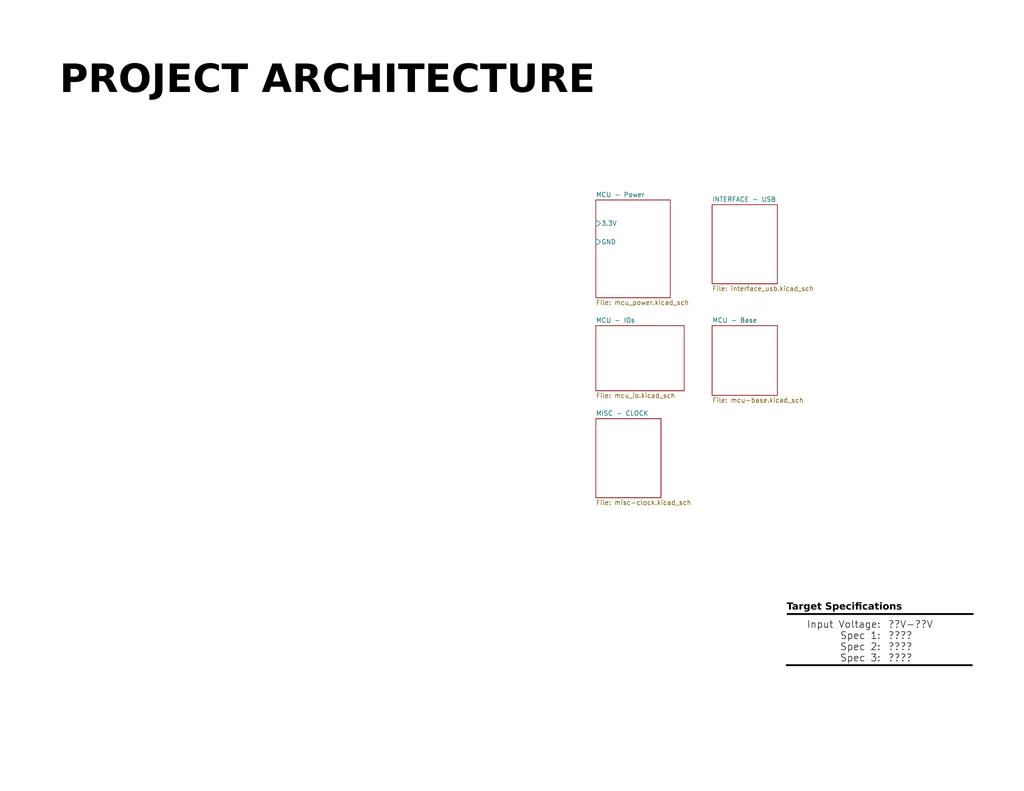
<source format=kicad_sch>
(kicad_sch
	(version 20250114)
	(generator "eeschema")
	(generator_version "9.0")
	(uuid "3a0bf359-6404-4f90-8eeb-a54b9904c7b2")
	(paper "USLetter")
	(title_block
		(title "${BOARD_NAME}")
		(date "2025-04-07")
		(rev "${REVISION}")
		(company "${DESIGNER}")
	)
	(lib_symbols)
	(text "Target Specifications"
		(exclude_from_sim yes)
		(at 214.63 166.37 0)
		(effects
			(font
				(face "Verdana")
				(size 1.905 1.905)
				(bold yes)
				(color 0 0 0 1)
			)
			(justify left)
		)
		(uuid "71118532-97b6-499b-bf77-ae09ccb2b6e3")
	)
	(text "PROJECT ARCHITECTURE"
		(exclude_from_sim yes)
		(at 16.256 24.13 0)
		(effects
			(font
				(face "Verdana")
				(size 7.62 7.62)
				(thickness 0.254)
				(bold yes)
				(color 0 0 0 1)
			)
			(justify left)
		)
		(uuid "d1c2fc23-ce0b-40cf-af7d-8c06d87e54e1")
	)
	(polyline
		(pts
			(xy 214.884 167.64) (xy 265.43 167.64)
		)
		(stroke
			(width 0.508)
			(type solid)
			(color 0 0 0 1)
		)
		(uuid "2a6f21b4-8881-4de8-ac10-ccf669fc5f2a")
	)
	(polyline
		(pts
			(xy 214.63 181.61) (xy 265.176 181.61)
		)
		(stroke
			(width 0.508)
			(type solid)
			(color 0 0 0 1)
		)
		(uuid "522ffd47-c4f5-474e-92ce-eed84241fec8")
	)
	(table
		(column_count 2)
		(border
			(external no)
			(header no)
		)
		(separators
			(rows no)
			(cols no)
		)
		(column_widths 27.178 24.13)
		(row_heights 3.048 3.048 3.048 3.048)
		(cells
			(table_cell "Input Voltage:"
				(exclude_from_sim no)
				(at 214.122 168.91 0)
				(size 27.178 3.048)
				(margins 0.9525 0.9525 0.9525 0.9525)
				(span 1 1)
				(fill
					(type none)
				)
				(effects
					(font
						(size 1.905 1.905)
						(color 0 0 0 1)
					)
					(justify right)
				)
				(uuid "3dfc322f-a8b7-40b0-8f3f-dcc5bb48d8e1")
			)
			(table_cell "??V-??V"
				(exclude_from_sim no)
				(at 241.3 168.91 0)
				(size 24.13 3.048)
				(margins 0.9525 0.9525 0.9525 0.9525)
				(span 1 1)
				(fill
					(type none)
				)
				(effects
					(font
						(size 1.905 1.905)
						(color 0 0 0 1)
					)
					(justify left)
				)
				(uuid "a561799d-e1be-440c-a309-e5200b5a536a")
			)
			(table_cell "Spec 1:"
				(exclude_from_sim no)
				(at 214.122 171.958 0)
				(size 27.178 3.048)
				(margins 0.9525 0.9525 0.9525 0.9525)
				(span 1 1)
				(fill
					(type none)
				)
				(effects
					(font
						(size 1.905 1.905)
						(color 0 0 0 1)
					)
					(justify right)
				)
				(uuid "71f3cb8e-cd11-442d-b2a4-3e755c6e493a")
			)
			(table_cell "????"
				(exclude_from_sim no)
				(at 241.3 171.958 0)
				(size 24.13 3.048)
				(margins 0.9525 0.9525 0.9525 0.9525)
				(span 1 1)
				(fill
					(type none)
				)
				(effects
					(font
						(size 1.905 1.905)
						(color 0 0 0 1)
					)
					(justify left)
				)
				(uuid "67296d3e-1b73-4c00-b4d6-f8f9d620bc6d")
			)
			(table_cell "Spec 2:"
				(exclude_from_sim no)
				(at 214.122 175.006 0)
				(size 27.178 3.048)
				(margins 0.9525 0.9525 0.9525 0.9525)
				(span 1 1)
				(fill
					(type none)
				)
				(effects
					(font
						(size 1.905 1.905)
						(color 0 0 0 1)
					)
					(justify right)
				)
				(uuid "13a0f6e9-7e32-479b-a51a-cb2baf56235e")
			)
			(table_cell "????"
				(exclude_from_sim no)
				(at 241.3 175.006 0)
				(size 24.13 3.048)
				(margins 0.9525 0.9525 0.9525 0.9525)
				(span 1 1)
				(fill
					(type none)
				)
				(effects
					(font
						(size 1.905 1.905)
						(color 0 0 0 1)
					)
					(justify left)
				)
				(uuid "62611f3e-8e78-41d6-aff5-125e9ce791a3")
			)
			(table_cell "Spec 3:"
				(exclude_from_sim no)
				(at 214.122 178.054 0)
				(size 27.178 3.048)
				(margins 0.9525 0.9525 0.9525 0.9525)
				(span 1 1)
				(fill
					(type none)
				)
				(effects
					(font
						(size 1.905 1.905)
						(color 0 0 0 1)
					)
					(justify right)
				)
				(uuid "f2d78ed0-dc10-4586-b920-57ea1c3f2a8c")
			)
			(table_cell "????"
				(exclude_from_sim no)
				(at 241.3 178.054 0)
				(size 24.13 3.048)
				(margins 0.9525 0.9525 0.9525 0.9525)
				(span 1 1)
				(fill
					(type none)
				)
				(effects
					(font
						(size 1.905 1.905)
						(color 0 0 0 1)
					)
					(justify left)
				)
				(uuid "9d54ac1d-ae71-44b3-b73d-49f9fd490178")
			)
		)
	)
	(sheet
		(at 194.31 55.88)
		(size 17.78 21.59)
		(exclude_from_sim no)
		(in_bom yes)
		(on_board yes)
		(dnp no)
		(fields_autoplaced yes)
		(stroke
			(width 0.1524)
			(type solid)
		)
		(fill
			(color 0 0 0 0.0000)
		)
		(uuid "10bfa6a8-ee68-4d82-ad5e-250dd1e93eb4")
		(property "Sheetname" "INTERFACE - USB"
			(at 194.31 55.1684 0)
			(effects
				(font
					(size 1.27 1.27)
				)
				(justify left bottom)
			)
		)
		(property "Sheetfile" "interface_usb.kicad_sch"
			(at 194.31 78.0546 0)
			(effects
				(font
					(size 1.27 1.27)
				)
				(justify left top)
			)
		)
		(instances
			(project "senior_project"
				(path "/6f4585fe-170a-460f-821c-f2114dc34181/6f1a5909-ac4c-4363-8523-c7dc18344b8a"
					(page "15")
				)
			)
		)
	)
	(sheet
		(at 162.56 114.3)
		(size 17.78 21.59)
		(exclude_from_sim no)
		(in_bom yes)
		(on_board yes)
		(dnp no)
		(fields_autoplaced yes)
		(stroke
			(width 0.1524)
			(type solid)
		)
		(fill
			(color 0 0 0 0.0000)
		)
		(uuid "28b86601-5014-4b7f-8720-7b0fa191e1f0")
		(property "Sheetname" "MISC - CLOCK"
			(at 162.56 113.5884 0)
			(effects
				(font
					(size 1.27 1.27)
				)
				(justify left bottom)
			)
		)
		(property "Sheetfile" "misc-clock.kicad_sch"
			(at 162.56 136.4746 0)
			(effects
				(font
					(size 1.27 1.27)
				)
				(justify left top)
			)
		)
		(instances
			(project "senior_project"
				(path "/6f4585fe-170a-460f-821c-f2114dc34181/6f1a5909-ac4c-4363-8523-c7dc18344b8a"
					(page "16")
				)
			)
		)
	)
	(sheet
		(at 162.56 88.9)
		(size 24.13 17.78)
		(exclude_from_sim no)
		(in_bom yes)
		(on_board yes)
		(dnp no)
		(fields_autoplaced yes)
		(stroke
			(width 0.1524)
			(type solid)
		)
		(fill
			(color 0 0 0 0.0000)
		)
		(uuid "3104b0d0-c6e8-44db-ac3e-876ad5b486a0")
		(property "Sheetname" "MCU - IOs"
			(at 162.56 88.1884 0)
			(effects
				(font
					(size 1.27 1.27)
				)
				(justify left bottom)
			)
		)
		(property "Sheetfile" "mcu_io.kicad_sch"
			(at 162.56 107.2646 0)
			(effects
				(font
					(size 1.27 1.27)
				)
				(justify left top)
			)
		)
		(instances
			(project "senior_project"
				(path "/6f4585fe-170a-460f-821c-f2114dc34181/6f1a5909-ac4c-4363-8523-c7dc18344b8a"
					(page "6")
				)
			)
		)
	)
	(sheet
		(at 162.56 54.61)
		(size 20.32 26.67)
		(exclude_from_sim no)
		(in_bom yes)
		(on_board yes)
		(dnp no)
		(fields_autoplaced yes)
		(stroke
			(width 0.1524)
			(type solid)
		)
		(fill
			(color 0 0 0 0.0000)
		)
		(uuid "9c309954-4d1a-4a26-8cf1-ac2dec676feb")
		(property "Sheetname" "MCU - Power"
			(at 162.56 53.8984 0)
			(effects
				(font
					(size 1.27 1.27)
				)
				(justify left bottom)
			)
		)
		(property "Sheetfile" "mcu_power.kicad_sch"
			(at 162.56 81.8646 0)
			(effects
				(font
					(size 1.27 1.27)
				)
				(justify left top)
			)
		)
		(pin "3.3V" input
			(at 162.56 60.96 180)
			(uuid "4e1fc775-55ff-4f89-9684-a6e6735c4748")
			(effects
				(font
					(size 1.27 1.27)
				)
				(justify left)
			)
		)
		(pin "GND" input
			(at 162.56 66.04 180)
			(uuid "5ee29d97-edee-4e5e-9942-bd530a8c7a3e")
			(effects
				(font
					(size 1.27 1.27)
				)
				(justify left)
			)
		)
		(instances
			(project "senior_project"
				(path "/6f4585fe-170a-460f-821c-f2114dc34181/6f1a5909-ac4c-4363-8523-c7dc18344b8a"
					(page "4")
				)
			)
		)
	)
	(sheet
		(at 194.31 88.9)
		(size 17.78 19.05)
		(exclude_from_sim no)
		(in_bom yes)
		(on_board yes)
		(dnp no)
		(fields_autoplaced yes)
		(stroke
			(width 0.1524)
			(type solid)
		)
		(fill
			(color 0 0 0 0.0000)
		)
		(uuid "d653335d-69a8-4fb9-a8fa-783939634a9f")
		(property "Sheetname" "MCU - Base"
			(at 194.31 88.1884 0)
			(effects
				(font
					(size 1.27 1.27)
				)
				(justify left bottom)
			)
		)
		(property "Sheetfile" "mcu-base.kicad_sch"
			(at 194.31 108.5346 0)
			(effects
				(font
					(size 1.27 1.27)
				)
				(justify left top)
			)
		)
		(instances
			(project "senior_project"
				(path "/6f4585fe-170a-460f-821c-f2114dc34181/6f1a5909-ac4c-4363-8523-c7dc18344b8a"
					(page "5")
				)
			)
		)
	)
)

</source>
